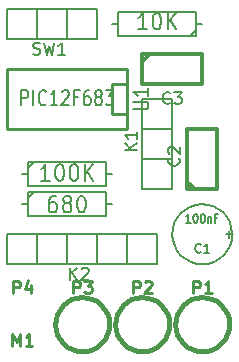
<source format=gto>
G04 (created by PCBNEW-RS274X (2012-01-19 BZR 3256)-stable) date 2013-07-01 19:01:18*
G01*
G70*
G90*
%MOIN*%
G04 Gerber Fmt 3.4, Leading zero omitted, Abs format*
%FSLAX34Y34*%
G04 APERTURE LIST*
%ADD10C,0.006000*%
%ADD11C,0.008000*%
%ADD12C,0.010000*%
%ADD13C,0.005000*%
%ADD14C,0.012000*%
%ADD15C,0.015000*%
%ADD16C,0.007500*%
G04 APERTURE END LIST*
G54D10*
G54D11*
X32000Y-09000D02*
X31800Y-09000D01*
X29000Y-09000D02*
X29200Y-09000D01*
X29200Y-09000D02*
X29200Y-09400D01*
X29200Y-09400D02*
X31800Y-09400D01*
X31800Y-09400D02*
X31800Y-08600D01*
X31800Y-08600D02*
X29200Y-08600D01*
X29200Y-08600D02*
X29200Y-09000D01*
X31800Y-09200D02*
X31600Y-09400D01*
X26000Y-15000D02*
X26200Y-15000D01*
X29000Y-15000D02*
X28800Y-15000D01*
X28800Y-15000D02*
X28800Y-14600D01*
X28800Y-14600D02*
X26200Y-14600D01*
X26200Y-14600D02*
X26200Y-15400D01*
X26200Y-15400D02*
X28800Y-15400D01*
X28800Y-15400D02*
X28800Y-15000D01*
X26200Y-14800D02*
X26400Y-14600D01*
G54D12*
X29500Y-12000D02*
X29000Y-12000D01*
X29000Y-12000D02*
X29000Y-11000D01*
X29000Y-11000D02*
X29500Y-11000D01*
X29500Y-12500D02*
X25500Y-12500D01*
X25500Y-12500D02*
X25500Y-10500D01*
X25500Y-10500D02*
X29500Y-10500D01*
X29500Y-10500D02*
X29500Y-12500D01*
G54D13*
X33001Y-16000D02*
X32981Y-16194D01*
X32925Y-16381D01*
X32833Y-16553D01*
X32710Y-16705D01*
X32559Y-16829D01*
X32387Y-16922D01*
X32201Y-16980D01*
X32006Y-17000D01*
X31813Y-16983D01*
X31626Y-16928D01*
X31452Y-16837D01*
X31300Y-16715D01*
X31175Y-16565D01*
X31080Y-16394D01*
X31021Y-16208D01*
X31000Y-16013D01*
X31016Y-15820D01*
X31070Y-15632D01*
X31159Y-15458D01*
X31280Y-15305D01*
X31429Y-15179D01*
X31600Y-15083D01*
X31786Y-15023D01*
X31980Y-15000D01*
X32173Y-15015D01*
X32361Y-15067D01*
X32536Y-15155D01*
X32690Y-15276D01*
X32817Y-15423D01*
X32914Y-15593D01*
X32976Y-15779D01*
X33000Y-15973D01*
X33001Y-16000D01*
G54D14*
X31500Y-14480D02*
X31500Y-12500D01*
X31500Y-12500D02*
X32500Y-12500D01*
X32500Y-12500D02*
X32500Y-14500D01*
X32500Y-14500D02*
X31500Y-14500D01*
X31750Y-14500D02*
X31500Y-14250D01*
X30020Y-10000D02*
X32000Y-10000D01*
X32000Y-10000D02*
X32000Y-11000D01*
X32000Y-11000D02*
X30000Y-11000D01*
X30000Y-11000D02*
X30000Y-10000D01*
X30000Y-10250D02*
X30250Y-10000D01*
G54D11*
X26000Y-14000D02*
X26200Y-14000D01*
X29000Y-14000D02*
X28800Y-14000D01*
X28800Y-14000D02*
X28800Y-13600D01*
X28800Y-13600D02*
X26200Y-13600D01*
X26200Y-13600D02*
X26200Y-14400D01*
X26200Y-14400D02*
X28800Y-14400D01*
X28800Y-14400D02*
X28800Y-14000D01*
X26200Y-13800D02*
X26400Y-13600D01*
G54D10*
X29500Y-17000D02*
X29500Y-16000D01*
X28500Y-17000D02*
X28500Y-16000D01*
X27500Y-17000D02*
X27500Y-16000D01*
X26500Y-17000D02*
X26500Y-16000D01*
X26500Y-16000D02*
X25500Y-16000D01*
X25500Y-16000D02*
X25500Y-17000D01*
X26500Y-17000D02*
X25500Y-17000D01*
X30500Y-17000D02*
X29500Y-17000D01*
X30500Y-16000D02*
X30500Y-17000D01*
X29500Y-17000D02*
X26500Y-17000D01*
X26500Y-16000D02*
X29500Y-16000D01*
X30500Y-16000D02*
X29500Y-16000D01*
G54D15*
X30900Y-19000D02*
X30882Y-19174D01*
X30832Y-19342D01*
X30749Y-19498D01*
X30638Y-19634D01*
X30503Y-19746D01*
X30348Y-19829D01*
X30180Y-19881D01*
X30006Y-19899D01*
X29832Y-19884D01*
X29663Y-19834D01*
X29508Y-19753D01*
X29371Y-19643D01*
X29258Y-19508D01*
X29173Y-19354D01*
X29120Y-19187D01*
X29101Y-19012D01*
X29115Y-18838D01*
X29164Y-18669D01*
X29244Y-18513D01*
X29353Y-18375D01*
X29487Y-18261D01*
X29640Y-18176D01*
X29807Y-18121D01*
X29982Y-18101D01*
X30156Y-18114D01*
X30325Y-18161D01*
X30482Y-18241D01*
X30620Y-18349D01*
X30735Y-18482D01*
X30822Y-18634D01*
X30877Y-18801D01*
X30899Y-18975D01*
X30900Y-19000D01*
X32900Y-19000D02*
X32882Y-19174D01*
X32832Y-19342D01*
X32749Y-19498D01*
X32638Y-19634D01*
X32503Y-19746D01*
X32348Y-19829D01*
X32180Y-19881D01*
X32006Y-19899D01*
X31832Y-19884D01*
X31663Y-19834D01*
X31508Y-19753D01*
X31371Y-19643D01*
X31258Y-19508D01*
X31173Y-19354D01*
X31120Y-19187D01*
X31101Y-19012D01*
X31115Y-18838D01*
X31164Y-18669D01*
X31244Y-18513D01*
X31353Y-18375D01*
X31487Y-18261D01*
X31640Y-18176D01*
X31807Y-18121D01*
X31982Y-18101D01*
X32156Y-18114D01*
X32325Y-18161D01*
X32482Y-18241D01*
X32620Y-18349D01*
X32735Y-18482D01*
X32822Y-18634D01*
X32877Y-18801D01*
X32899Y-18975D01*
X32900Y-19000D01*
X28900Y-19000D02*
X28882Y-19174D01*
X28832Y-19342D01*
X28749Y-19498D01*
X28638Y-19634D01*
X28503Y-19746D01*
X28348Y-19829D01*
X28180Y-19881D01*
X28006Y-19899D01*
X27832Y-19884D01*
X27663Y-19834D01*
X27508Y-19753D01*
X27371Y-19643D01*
X27258Y-19508D01*
X27173Y-19354D01*
X27120Y-19187D01*
X27101Y-19012D01*
X27115Y-18838D01*
X27164Y-18669D01*
X27244Y-18513D01*
X27353Y-18375D01*
X27487Y-18261D01*
X27640Y-18176D01*
X27807Y-18121D01*
X27982Y-18101D01*
X28156Y-18114D01*
X28325Y-18161D01*
X28482Y-18241D01*
X28620Y-18349D01*
X28735Y-18482D01*
X28822Y-18634D01*
X28877Y-18801D01*
X28899Y-18975D01*
X28900Y-19000D01*
G54D10*
X26500Y-08500D02*
X26500Y-09500D01*
X28500Y-08500D02*
X28500Y-09500D01*
X28500Y-09500D02*
X25500Y-09500D01*
X25500Y-09500D02*
X25500Y-08500D01*
X25500Y-08500D02*
X28500Y-08500D01*
X27500Y-09500D02*
X27500Y-08500D01*
X31000Y-12500D02*
X30000Y-12500D01*
X31000Y-14500D02*
X30000Y-14500D01*
X30000Y-14500D02*
X30000Y-11500D01*
X30000Y-11500D02*
X31000Y-11500D01*
X31000Y-11500D02*
X31000Y-14500D01*
X30000Y-13500D02*
X31000Y-13500D01*
G54D12*
X25705Y-17962D02*
X25705Y-17562D01*
X25858Y-17562D01*
X25896Y-17581D01*
X25915Y-17600D01*
X25934Y-17638D01*
X25934Y-17695D01*
X25915Y-17733D01*
X25896Y-17752D01*
X25858Y-17771D01*
X25705Y-17771D01*
X26277Y-17695D02*
X26277Y-17962D01*
X26181Y-17543D02*
X26086Y-17829D01*
X26334Y-17829D01*
X25676Y-19712D02*
X25676Y-19312D01*
X25810Y-19598D01*
X25943Y-19312D01*
X25943Y-19712D01*
X26343Y-19712D02*
X26114Y-19712D01*
X26228Y-19712D02*
X26228Y-19312D01*
X26190Y-19369D01*
X26152Y-19407D01*
X26114Y-19426D01*
G54D11*
X30155Y-09173D02*
X29869Y-09173D01*
X30012Y-09173D02*
X30012Y-08623D01*
X29964Y-08701D01*
X29917Y-08754D01*
X29869Y-08780D01*
X30464Y-08623D02*
X30512Y-08623D01*
X30560Y-08649D01*
X30583Y-08675D01*
X30607Y-08727D01*
X30631Y-08832D01*
X30631Y-08963D01*
X30607Y-09068D01*
X30583Y-09120D01*
X30560Y-09146D01*
X30512Y-09173D01*
X30464Y-09173D01*
X30417Y-09146D01*
X30393Y-09120D01*
X30369Y-09068D01*
X30345Y-08963D01*
X30345Y-08832D01*
X30369Y-08727D01*
X30393Y-08675D01*
X30417Y-08649D01*
X30464Y-08623D01*
X30845Y-09173D02*
X30845Y-08623D01*
X31131Y-09173D02*
X30916Y-08858D01*
X31131Y-08623D02*
X30845Y-08937D01*
X27119Y-14723D02*
X27024Y-14723D01*
X26976Y-14749D01*
X26953Y-14775D01*
X26905Y-14854D01*
X26881Y-14958D01*
X26881Y-15168D01*
X26905Y-15220D01*
X26929Y-15246D01*
X26976Y-15273D01*
X27072Y-15273D01*
X27119Y-15246D01*
X27143Y-15220D01*
X27167Y-15168D01*
X27167Y-15037D01*
X27143Y-14985D01*
X27119Y-14958D01*
X27072Y-14932D01*
X26976Y-14932D01*
X26929Y-14958D01*
X26905Y-14985D01*
X26881Y-15037D01*
X27452Y-14958D02*
X27405Y-14932D01*
X27381Y-14906D01*
X27357Y-14854D01*
X27357Y-14827D01*
X27381Y-14775D01*
X27405Y-14749D01*
X27452Y-14723D01*
X27548Y-14723D01*
X27595Y-14749D01*
X27619Y-14775D01*
X27643Y-14827D01*
X27643Y-14854D01*
X27619Y-14906D01*
X27595Y-14932D01*
X27548Y-14958D01*
X27452Y-14958D01*
X27405Y-14985D01*
X27381Y-15011D01*
X27357Y-15063D01*
X27357Y-15168D01*
X27381Y-15220D01*
X27405Y-15246D01*
X27452Y-15273D01*
X27548Y-15273D01*
X27595Y-15246D01*
X27619Y-15220D01*
X27643Y-15168D01*
X27643Y-15063D01*
X27619Y-15011D01*
X27595Y-14985D01*
X27548Y-14958D01*
X27952Y-14723D02*
X28000Y-14723D01*
X28048Y-14749D01*
X28071Y-14775D01*
X28095Y-14827D01*
X28119Y-14932D01*
X28119Y-15063D01*
X28095Y-15168D01*
X28071Y-15220D01*
X28048Y-15246D01*
X28000Y-15273D01*
X27952Y-15273D01*
X27905Y-15246D01*
X27881Y-15220D01*
X27857Y-15168D01*
X27833Y-15063D01*
X27833Y-14932D01*
X27857Y-14827D01*
X27881Y-14775D01*
X27905Y-14749D01*
X27952Y-14723D01*
X29702Y-11843D02*
X30107Y-11843D01*
X30155Y-11821D01*
X30179Y-11800D01*
X30202Y-11757D01*
X30202Y-11671D01*
X30179Y-11629D01*
X30155Y-11607D01*
X30107Y-11586D01*
X29702Y-11586D01*
X30202Y-11136D02*
X30202Y-11393D01*
X30202Y-11265D02*
X29702Y-11265D01*
X29774Y-11308D01*
X29821Y-11350D01*
X29845Y-11393D01*
X25976Y-11702D02*
X25976Y-11202D01*
X26129Y-11202D01*
X26167Y-11226D01*
X26186Y-11250D01*
X26205Y-11298D01*
X26205Y-11369D01*
X26186Y-11417D01*
X26167Y-11440D01*
X26129Y-11464D01*
X25976Y-11464D01*
X26376Y-11702D02*
X26376Y-11202D01*
X26795Y-11655D02*
X26776Y-11679D01*
X26719Y-11702D01*
X26681Y-11702D01*
X26623Y-11679D01*
X26585Y-11631D01*
X26566Y-11583D01*
X26547Y-11488D01*
X26547Y-11417D01*
X26566Y-11321D01*
X26585Y-11274D01*
X26623Y-11226D01*
X26681Y-11202D01*
X26719Y-11202D01*
X26776Y-11226D01*
X26795Y-11250D01*
X27176Y-11702D02*
X26947Y-11702D01*
X27061Y-11702D02*
X27061Y-11202D01*
X27023Y-11274D01*
X26985Y-11321D01*
X26947Y-11345D01*
X27328Y-11250D02*
X27347Y-11226D01*
X27385Y-11202D01*
X27481Y-11202D01*
X27519Y-11226D01*
X27538Y-11250D01*
X27557Y-11298D01*
X27557Y-11345D01*
X27538Y-11417D01*
X27309Y-11702D01*
X27557Y-11702D01*
X27862Y-11440D02*
X27728Y-11440D01*
X27728Y-11702D02*
X27728Y-11202D01*
X27919Y-11202D01*
X28243Y-11202D02*
X28166Y-11202D01*
X28128Y-11226D01*
X28109Y-11250D01*
X28071Y-11321D01*
X28052Y-11417D01*
X28052Y-11607D01*
X28071Y-11655D01*
X28090Y-11679D01*
X28128Y-11702D01*
X28205Y-11702D01*
X28243Y-11679D01*
X28262Y-11655D01*
X28281Y-11607D01*
X28281Y-11488D01*
X28262Y-11440D01*
X28243Y-11417D01*
X28205Y-11393D01*
X28128Y-11393D01*
X28090Y-11417D01*
X28071Y-11440D01*
X28052Y-11488D01*
X28509Y-11417D02*
X28471Y-11393D01*
X28452Y-11369D01*
X28433Y-11321D01*
X28433Y-11298D01*
X28452Y-11250D01*
X28471Y-11226D01*
X28509Y-11202D01*
X28586Y-11202D01*
X28624Y-11226D01*
X28643Y-11250D01*
X28662Y-11298D01*
X28662Y-11321D01*
X28643Y-11369D01*
X28624Y-11393D01*
X28586Y-11417D01*
X28509Y-11417D01*
X28471Y-11440D01*
X28452Y-11464D01*
X28433Y-11512D01*
X28433Y-11607D01*
X28452Y-11655D01*
X28471Y-11679D01*
X28509Y-11702D01*
X28586Y-11702D01*
X28624Y-11679D01*
X28643Y-11655D01*
X28662Y-11607D01*
X28662Y-11512D01*
X28643Y-11464D01*
X28624Y-11440D01*
X28586Y-11417D01*
X28795Y-11202D02*
X29043Y-11202D01*
X28909Y-11393D01*
X28967Y-11393D01*
X29005Y-11417D01*
X29024Y-11440D01*
X29043Y-11488D01*
X29043Y-11607D01*
X29024Y-11655D01*
X29005Y-11679D01*
X28967Y-11702D01*
X28852Y-11702D01*
X28814Y-11679D01*
X28795Y-11655D01*
G54D13*
X31950Y-16592D02*
X31936Y-16606D01*
X31893Y-16620D01*
X31864Y-16620D01*
X31821Y-16606D01*
X31793Y-16578D01*
X31778Y-16549D01*
X31764Y-16492D01*
X31764Y-16449D01*
X31778Y-16392D01*
X31793Y-16363D01*
X31821Y-16335D01*
X31864Y-16320D01*
X31893Y-16320D01*
X31936Y-16335D01*
X31950Y-16349D01*
X32236Y-16620D02*
X32064Y-16620D01*
X32150Y-16620D02*
X32150Y-16320D01*
X32121Y-16363D01*
X32093Y-16392D01*
X32064Y-16406D01*
X31613Y-15621D02*
X31471Y-15621D01*
X31542Y-15621D02*
X31542Y-15321D01*
X31518Y-15364D01*
X31494Y-15393D01*
X31471Y-15407D01*
X31768Y-15321D02*
X31792Y-15321D01*
X31816Y-15336D01*
X31828Y-15350D01*
X31840Y-15379D01*
X31851Y-15436D01*
X31851Y-15507D01*
X31840Y-15564D01*
X31828Y-15593D01*
X31816Y-15607D01*
X31792Y-15621D01*
X31768Y-15621D01*
X31744Y-15607D01*
X31732Y-15593D01*
X31721Y-15564D01*
X31709Y-15507D01*
X31709Y-15436D01*
X31721Y-15379D01*
X31732Y-15350D01*
X31744Y-15336D01*
X31768Y-15321D01*
X32006Y-15321D02*
X32030Y-15321D01*
X32054Y-15336D01*
X32066Y-15350D01*
X32078Y-15379D01*
X32089Y-15436D01*
X32089Y-15507D01*
X32078Y-15564D01*
X32066Y-15593D01*
X32054Y-15607D01*
X32030Y-15621D01*
X32006Y-15621D01*
X31982Y-15607D01*
X31970Y-15593D01*
X31959Y-15564D01*
X31947Y-15507D01*
X31947Y-15436D01*
X31959Y-15379D01*
X31970Y-15350D01*
X31982Y-15336D01*
X32006Y-15321D01*
X32197Y-15421D02*
X32197Y-15621D01*
X32197Y-15450D02*
X32208Y-15436D01*
X32232Y-15421D01*
X32268Y-15421D01*
X32292Y-15436D01*
X32304Y-15464D01*
X32304Y-15621D01*
X32506Y-15464D02*
X32423Y-15464D01*
X32423Y-15621D02*
X32423Y-15321D01*
X32542Y-15321D01*
G54D16*
X32786Y-16007D02*
X33015Y-16007D01*
X32901Y-16121D02*
X32901Y-15893D01*
G54D11*
X31224Y-13466D02*
X31243Y-13485D01*
X31262Y-13542D01*
X31262Y-13580D01*
X31243Y-13638D01*
X31205Y-13676D01*
X31167Y-13695D01*
X31090Y-13714D01*
X31033Y-13714D01*
X30957Y-13695D01*
X30919Y-13676D01*
X30881Y-13638D01*
X30862Y-13580D01*
X30862Y-13542D01*
X30881Y-13485D01*
X30900Y-13466D01*
X30900Y-13314D02*
X30881Y-13295D01*
X30862Y-13257D01*
X30862Y-13161D01*
X30881Y-13123D01*
X30900Y-13104D01*
X30938Y-13085D01*
X30976Y-13085D01*
X31033Y-13104D01*
X31262Y-13333D01*
X31262Y-13085D01*
X30934Y-11624D02*
X30915Y-11643D01*
X30858Y-11662D01*
X30820Y-11662D01*
X30762Y-11643D01*
X30724Y-11605D01*
X30705Y-11567D01*
X30686Y-11490D01*
X30686Y-11433D01*
X30705Y-11357D01*
X30724Y-11319D01*
X30762Y-11281D01*
X30820Y-11262D01*
X30858Y-11262D01*
X30915Y-11281D01*
X30934Y-11300D01*
X31067Y-11262D02*
X31315Y-11262D01*
X31181Y-11414D01*
X31239Y-11414D01*
X31277Y-11433D01*
X31296Y-11452D01*
X31315Y-11490D01*
X31315Y-11586D01*
X31296Y-11624D01*
X31277Y-11643D01*
X31239Y-11662D01*
X31124Y-11662D01*
X31086Y-11643D01*
X31067Y-11624D01*
X26917Y-14223D02*
X26631Y-14223D01*
X26774Y-14223D02*
X26774Y-13673D01*
X26726Y-13751D01*
X26679Y-13804D01*
X26631Y-13830D01*
X27226Y-13673D02*
X27274Y-13673D01*
X27322Y-13699D01*
X27345Y-13725D01*
X27369Y-13777D01*
X27393Y-13882D01*
X27393Y-14013D01*
X27369Y-14118D01*
X27345Y-14170D01*
X27322Y-14196D01*
X27274Y-14223D01*
X27226Y-14223D01*
X27179Y-14196D01*
X27155Y-14170D01*
X27131Y-14118D01*
X27107Y-14013D01*
X27107Y-13882D01*
X27131Y-13777D01*
X27155Y-13725D01*
X27179Y-13699D01*
X27226Y-13673D01*
X27702Y-13673D02*
X27750Y-13673D01*
X27798Y-13699D01*
X27821Y-13725D01*
X27845Y-13777D01*
X27869Y-13882D01*
X27869Y-14013D01*
X27845Y-14118D01*
X27821Y-14170D01*
X27798Y-14196D01*
X27750Y-14223D01*
X27702Y-14223D01*
X27655Y-14196D01*
X27631Y-14170D01*
X27607Y-14118D01*
X27583Y-14013D01*
X27583Y-13882D01*
X27607Y-13777D01*
X27631Y-13725D01*
X27655Y-13699D01*
X27702Y-13673D01*
X28083Y-14223D02*
X28083Y-13673D01*
X28369Y-14223D02*
X28154Y-13908D01*
X28369Y-13673D02*
X28083Y-13987D01*
G54D10*
X27605Y-17512D02*
X27605Y-17112D01*
X27834Y-17512D02*
X27662Y-17283D01*
X27834Y-17112D02*
X27605Y-17340D01*
X27986Y-17150D02*
X28005Y-17131D01*
X28043Y-17112D01*
X28139Y-17112D01*
X28177Y-17131D01*
X28196Y-17150D01*
X28215Y-17188D01*
X28215Y-17226D01*
X28196Y-17283D01*
X27967Y-17512D01*
X28215Y-17512D01*
G54D12*
X29705Y-17962D02*
X29705Y-17562D01*
X29858Y-17562D01*
X29896Y-17581D01*
X29915Y-17600D01*
X29934Y-17638D01*
X29934Y-17695D01*
X29915Y-17733D01*
X29896Y-17752D01*
X29858Y-17771D01*
X29705Y-17771D01*
X30086Y-17600D02*
X30105Y-17581D01*
X30143Y-17562D01*
X30239Y-17562D01*
X30277Y-17581D01*
X30296Y-17600D01*
X30315Y-17638D01*
X30315Y-17676D01*
X30296Y-17733D01*
X30067Y-17962D01*
X30315Y-17962D01*
X31705Y-17962D02*
X31705Y-17562D01*
X31858Y-17562D01*
X31896Y-17581D01*
X31915Y-17600D01*
X31934Y-17638D01*
X31934Y-17695D01*
X31915Y-17733D01*
X31896Y-17752D01*
X31858Y-17771D01*
X31705Y-17771D01*
X32315Y-17962D02*
X32086Y-17962D01*
X32200Y-17962D02*
X32200Y-17562D01*
X32162Y-17619D01*
X32124Y-17657D01*
X32086Y-17676D01*
X27705Y-17962D02*
X27705Y-17562D01*
X27858Y-17562D01*
X27896Y-17581D01*
X27915Y-17600D01*
X27934Y-17638D01*
X27934Y-17695D01*
X27915Y-17733D01*
X27896Y-17752D01*
X27858Y-17771D01*
X27705Y-17771D01*
X28067Y-17562D02*
X28315Y-17562D01*
X28181Y-17714D01*
X28239Y-17714D01*
X28277Y-17733D01*
X28296Y-17752D01*
X28315Y-17790D01*
X28315Y-17886D01*
X28296Y-17924D01*
X28277Y-17943D01*
X28239Y-17962D01*
X28124Y-17962D01*
X28086Y-17943D01*
X28067Y-17924D01*
G54D10*
X26367Y-09993D02*
X26424Y-10012D01*
X26520Y-10012D01*
X26558Y-09993D01*
X26577Y-09974D01*
X26596Y-09936D01*
X26596Y-09898D01*
X26577Y-09860D01*
X26558Y-09840D01*
X26520Y-09821D01*
X26443Y-09802D01*
X26405Y-09783D01*
X26386Y-09764D01*
X26367Y-09726D01*
X26367Y-09688D01*
X26386Y-09650D01*
X26405Y-09631D01*
X26443Y-09612D01*
X26539Y-09612D01*
X26596Y-09631D01*
X26729Y-09612D02*
X26824Y-10012D01*
X26901Y-09726D01*
X26977Y-10012D01*
X27072Y-09612D01*
X27434Y-10012D02*
X27205Y-10012D01*
X27319Y-10012D02*
X27319Y-09612D01*
X27281Y-09669D01*
X27243Y-09707D01*
X27205Y-09726D01*
X29812Y-13195D02*
X29412Y-13195D01*
X29812Y-12966D02*
X29583Y-13138D01*
X29412Y-12966D02*
X29640Y-13195D01*
X29812Y-12585D02*
X29812Y-12814D01*
X29812Y-12700D02*
X29412Y-12700D01*
X29469Y-12738D01*
X29507Y-12776D01*
X29526Y-12814D01*
M02*

</source>
